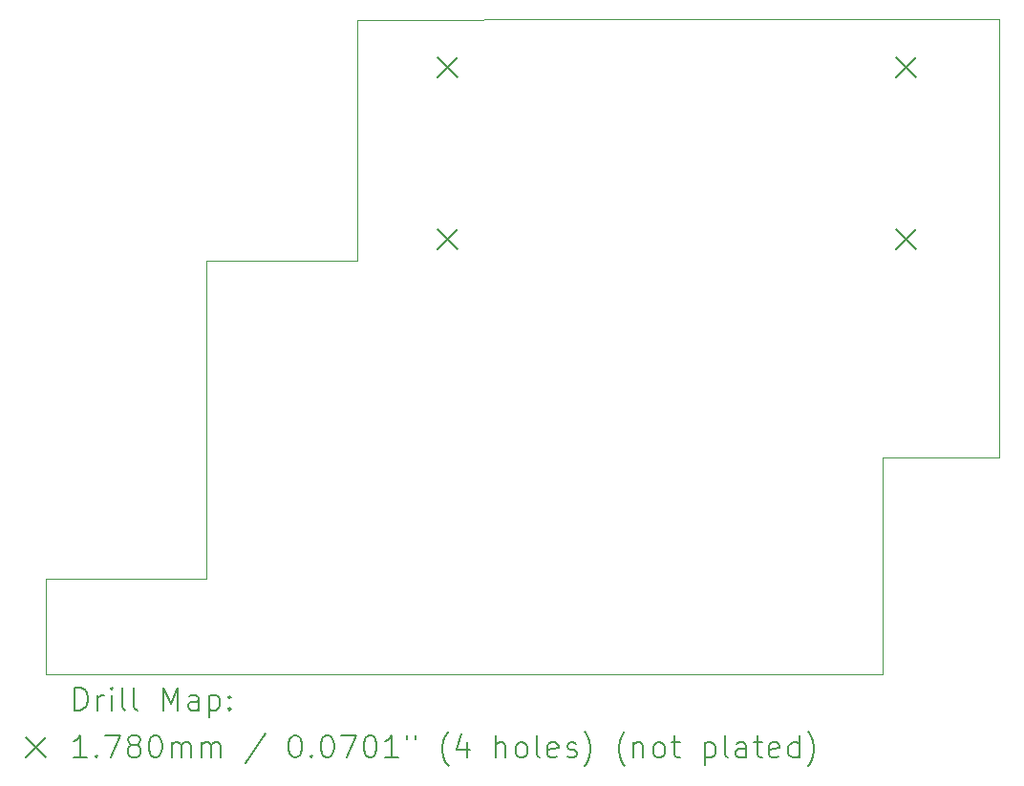
<source format=gbr>
%TF.GenerationSoftware,KiCad,Pcbnew,7.0.11*%
%TF.CreationDate,2024-06-27T03:27:32+01:00*%
%TF.ProjectId,Electron-PS2USB,456c6563-7472-46f6-9e2d-505332555342,rev?*%
%TF.SameCoordinates,Original*%
%TF.FileFunction,Drillmap*%
%TF.FilePolarity,Positive*%
%FSLAX45Y45*%
G04 Gerber Fmt 4.5, Leading zero omitted, Abs format (unit mm)*
G04 Created by KiCad (PCBNEW 7.0.11) date 2024-06-27 03:27:32*
%MOMM*%
%LPD*%
G01*
G04 APERTURE LIST*
%ADD10C,0.100000*%
%ADD11C,0.200000*%
%ADD12C,0.178000*%
G04 APERTURE END LIST*
D10*
X13105000Y-9685020D02*
X12075000Y-9685020D01*
X12075000Y-11610020D01*
X4657500Y-11610020D01*
X4656914Y-10765000D01*
X6076913Y-10765000D01*
X6077500Y-7942500D01*
X7414413Y-7942500D01*
X7415000Y-5805000D01*
X9631914Y-5802500D01*
X13105000Y-5802500D01*
X13105000Y-9685020D01*
D11*
D12*
X8127000Y-6141000D02*
X8305000Y-6319000D01*
X8305000Y-6141000D02*
X8127000Y-6319000D01*
X8127000Y-7665000D02*
X8305000Y-7843000D01*
X8305000Y-7665000D02*
X8127000Y-7843000D01*
X12191000Y-6141000D02*
X12369000Y-6319000D01*
X12369000Y-6141000D02*
X12191000Y-6319000D01*
X12191000Y-7665000D02*
X12369000Y-7843000D01*
X12369000Y-7665000D02*
X12191000Y-7843000D01*
D11*
X4912690Y-11926504D02*
X4912690Y-11726504D01*
X4912690Y-11726504D02*
X4960309Y-11726504D01*
X4960309Y-11726504D02*
X4988881Y-11736028D01*
X4988881Y-11736028D02*
X5007928Y-11755076D01*
X5007928Y-11755076D02*
X5017452Y-11774123D01*
X5017452Y-11774123D02*
X5026976Y-11812218D01*
X5026976Y-11812218D02*
X5026976Y-11840790D01*
X5026976Y-11840790D02*
X5017452Y-11878885D01*
X5017452Y-11878885D02*
X5007928Y-11897933D01*
X5007928Y-11897933D02*
X4988881Y-11916980D01*
X4988881Y-11916980D02*
X4960309Y-11926504D01*
X4960309Y-11926504D02*
X4912690Y-11926504D01*
X5112690Y-11926504D02*
X5112690Y-11793171D01*
X5112690Y-11831266D02*
X5122214Y-11812218D01*
X5122214Y-11812218D02*
X5131738Y-11802695D01*
X5131738Y-11802695D02*
X5150786Y-11793171D01*
X5150786Y-11793171D02*
X5169833Y-11793171D01*
X5236500Y-11926504D02*
X5236500Y-11793171D01*
X5236500Y-11726504D02*
X5226976Y-11736028D01*
X5226976Y-11736028D02*
X5236500Y-11745552D01*
X5236500Y-11745552D02*
X5246024Y-11736028D01*
X5246024Y-11736028D02*
X5236500Y-11726504D01*
X5236500Y-11726504D02*
X5236500Y-11745552D01*
X5360309Y-11926504D02*
X5341262Y-11916980D01*
X5341262Y-11916980D02*
X5331738Y-11897933D01*
X5331738Y-11897933D02*
X5331738Y-11726504D01*
X5465071Y-11926504D02*
X5446024Y-11916980D01*
X5446024Y-11916980D02*
X5436500Y-11897933D01*
X5436500Y-11897933D02*
X5436500Y-11726504D01*
X5693643Y-11926504D02*
X5693643Y-11726504D01*
X5693643Y-11726504D02*
X5760309Y-11869361D01*
X5760309Y-11869361D02*
X5826976Y-11726504D01*
X5826976Y-11726504D02*
X5826976Y-11926504D01*
X6007928Y-11926504D02*
X6007928Y-11821742D01*
X6007928Y-11821742D02*
X5998405Y-11802695D01*
X5998405Y-11802695D02*
X5979357Y-11793171D01*
X5979357Y-11793171D02*
X5941262Y-11793171D01*
X5941262Y-11793171D02*
X5922214Y-11802695D01*
X6007928Y-11916980D02*
X5988881Y-11926504D01*
X5988881Y-11926504D02*
X5941262Y-11926504D01*
X5941262Y-11926504D02*
X5922214Y-11916980D01*
X5922214Y-11916980D02*
X5912690Y-11897933D01*
X5912690Y-11897933D02*
X5912690Y-11878885D01*
X5912690Y-11878885D02*
X5922214Y-11859837D01*
X5922214Y-11859837D02*
X5941262Y-11850314D01*
X5941262Y-11850314D02*
X5988881Y-11850314D01*
X5988881Y-11850314D02*
X6007928Y-11840790D01*
X6103166Y-11793171D02*
X6103166Y-11993171D01*
X6103166Y-11802695D02*
X6122214Y-11793171D01*
X6122214Y-11793171D02*
X6160309Y-11793171D01*
X6160309Y-11793171D02*
X6179357Y-11802695D01*
X6179357Y-11802695D02*
X6188881Y-11812218D01*
X6188881Y-11812218D02*
X6198405Y-11831266D01*
X6198405Y-11831266D02*
X6198405Y-11888409D01*
X6198405Y-11888409D02*
X6188881Y-11907456D01*
X6188881Y-11907456D02*
X6179357Y-11916980D01*
X6179357Y-11916980D02*
X6160309Y-11926504D01*
X6160309Y-11926504D02*
X6122214Y-11926504D01*
X6122214Y-11926504D02*
X6103166Y-11916980D01*
X6284119Y-11907456D02*
X6293643Y-11916980D01*
X6293643Y-11916980D02*
X6284119Y-11926504D01*
X6284119Y-11926504D02*
X6274595Y-11916980D01*
X6274595Y-11916980D02*
X6284119Y-11907456D01*
X6284119Y-11907456D02*
X6284119Y-11926504D01*
X6284119Y-11802695D02*
X6293643Y-11812218D01*
X6293643Y-11812218D02*
X6284119Y-11821742D01*
X6284119Y-11821742D02*
X6274595Y-11812218D01*
X6274595Y-11812218D02*
X6284119Y-11802695D01*
X6284119Y-11802695D02*
X6284119Y-11821742D01*
D12*
X4473914Y-12166020D02*
X4651914Y-12344020D01*
X4651914Y-12166020D02*
X4473914Y-12344020D01*
D11*
X5017452Y-12346504D02*
X4903167Y-12346504D01*
X4960309Y-12346504D02*
X4960309Y-12146504D01*
X4960309Y-12146504D02*
X4941262Y-12175076D01*
X4941262Y-12175076D02*
X4922214Y-12194123D01*
X4922214Y-12194123D02*
X4903167Y-12203647D01*
X5103167Y-12327456D02*
X5112690Y-12336980D01*
X5112690Y-12336980D02*
X5103167Y-12346504D01*
X5103167Y-12346504D02*
X5093643Y-12336980D01*
X5093643Y-12336980D02*
X5103167Y-12327456D01*
X5103167Y-12327456D02*
X5103167Y-12346504D01*
X5179357Y-12146504D02*
X5312690Y-12146504D01*
X5312690Y-12146504D02*
X5226976Y-12346504D01*
X5417452Y-12232218D02*
X5398405Y-12222695D01*
X5398405Y-12222695D02*
X5388881Y-12213171D01*
X5388881Y-12213171D02*
X5379357Y-12194123D01*
X5379357Y-12194123D02*
X5379357Y-12184599D01*
X5379357Y-12184599D02*
X5388881Y-12165552D01*
X5388881Y-12165552D02*
X5398405Y-12156028D01*
X5398405Y-12156028D02*
X5417452Y-12146504D01*
X5417452Y-12146504D02*
X5455548Y-12146504D01*
X5455548Y-12146504D02*
X5474595Y-12156028D01*
X5474595Y-12156028D02*
X5484119Y-12165552D01*
X5484119Y-12165552D02*
X5493643Y-12184599D01*
X5493643Y-12184599D02*
X5493643Y-12194123D01*
X5493643Y-12194123D02*
X5484119Y-12213171D01*
X5484119Y-12213171D02*
X5474595Y-12222695D01*
X5474595Y-12222695D02*
X5455548Y-12232218D01*
X5455548Y-12232218D02*
X5417452Y-12232218D01*
X5417452Y-12232218D02*
X5398405Y-12241742D01*
X5398405Y-12241742D02*
X5388881Y-12251266D01*
X5388881Y-12251266D02*
X5379357Y-12270314D01*
X5379357Y-12270314D02*
X5379357Y-12308409D01*
X5379357Y-12308409D02*
X5388881Y-12327456D01*
X5388881Y-12327456D02*
X5398405Y-12336980D01*
X5398405Y-12336980D02*
X5417452Y-12346504D01*
X5417452Y-12346504D02*
X5455548Y-12346504D01*
X5455548Y-12346504D02*
X5474595Y-12336980D01*
X5474595Y-12336980D02*
X5484119Y-12327456D01*
X5484119Y-12327456D02*
X5493643Y-12308409D01*
X5493643Y-12308409D02*
X5493643Y-12270314D01*
X5493643Y-12270314D02*
X5484119Y-12251266D01*
X5484119Y-12251266D02*
X5474595Y-12241742D01*
X5474595Y-12241742D02*
X5455548Y-12232218D01*
X5617452Y-12146504D02*
X5636500Y-12146504D01*
X5636500Y-12146504D02*
X5655547Y-12156028D01*
X5655547Y-12156028D02*
X5665071Y-12165552D01*
X5665071Y-12165552D02*
X5674595Y-12184599D01*
X5674595Y-12184599D02*
X5684119Y-12222695D01*
X5684119Y-12222695D02*
X5684119Y-12270314D01*
X5684119Y-12270314D02*
X5674595Y-12308409D01*
X5674595Y-12308409D02*
X5665071Y-12327456D01*
X5665071Y-12327456D02*
X5655547Y-12336980D01*
X5655547Y-12336980D02*
X5636500Y-12346504D01*
X5636500Y-12346504D02*
X5617452Y-12346504D01*
X5617452Y-12346504D02*
X5598405Y-12336980D01*
X5598405Y-12336980D02*
X5588881Y-12327456D01*
X5588881Y-12327456D02*
X5579357Y-12308409D01*
X5579357Y-12308409D02*
X5569833Y-12270314D01*
X5569833Y-12270314D02*
X5569833Y-12222695D01*
X5569833Y-12222695D02*
X5579357Y-12184599D01*
X5579357Y-12184599D02*
X5588881Y-12165552D01*
X5588881Y-12165552D02*
X5598405Y-12156028D01*
X5598405Y-12156028D02*
X5617452Y-12146504D01*
X5769833Y-12346504D02*
X5769833Y-12213171D01*
X5769833Y-12232218D02*
X5779357Y-12222695D01*
X5779357Y-12222695D02*
X5798405Y-12213171D01*
X5798405Y-12213171D02*
X5826976Y-12213171D01*
X5826976Y-12213171D02*
X5846024Y-12222695D01*
X5846024Y-12222695D02*
X5855547Y-12241742D01*
X5855547Y-12241742D02*
X5855547Y-12346504D01*
X5855547Y-12241742D02*
X5865071Y-12222695D01*
X5865071Y-12222695D02*
X5884119Y-12213171D01*
X5884119Y-12213171D02*
X5912690Y-12213171D01*
X5912690Y-12213171D02*
X5931738Y-12222695D01*
X5931738Y-12222695D02*
X5941262Y-12241742D01*
X5941262Y-12241742D02*
X5941262Y-12346504D01*
X6036500Y-12346504D02*
X6036500Y-12213171D01*
X6036500Y-12232218D02*
X6046024Y-12222695D01*
X6046024Y-12222695D02*
X6065071Y-12213171D01*
X6065071Y-12213171D02*
X6093643Y-12213171D01*
X6093643Y-12213171D02*
X6112690Y-12222695D01*
X6112690Y-12222695D02*
X6122214Y-12241742D01*
X6122214Y-12241742D02*
X6122214Y-12346504D01*
X6122214Y-12241742D02*
X6131738Y-12222695D01*
X6131738Y-12222695D02*
X6150786Y-12213171D01*
X6150786Y-12213171D02*
X6179357Y-12213171D01*
X6179357Y-12213171D02*
X6198405Y-12222695D01*
X6198405Y-12222695D02*
X6207928Y-12241742D01*
X6207928Y-12241742D02*
X6207928Y-12346504D01*
X6598405Y-12136980D02*
X6426976Y-12394123D01*
X6855548Y-12146504D02*
X6874595Y-12146504D01*
X6874595Y-12146504D02*
X6893643Y-12156028D01*
X6893643Y-12156028D02*
X6903167Y-12165552D01*
X6903167Y-12165552D02*
X6912690Y-12184599D01*
X6912690Y-12184599D02*
X6922214Y-12222695D01*
X6922214Y-12222695D02*
X6922214Y-12270314D01*
X6922214Y-12270314D02*
X6912690Y-12308409D01*
X6912690Y-12308409D02*
X6903167Y-12327456D01*
X6903167Y-12327456D02*
X6893643Y-12336980D01*
X6893643Y-12336980D02*
X6874595Y-12346504D01*
X6874595Y-12346504D02*
X6855548Y-12346504D01*
X6855548Y-12346504D02*
X6836500Y-12336980D01*
X6836500Y-12336980D02*
X6826976Y-12327456D01*
X6826976Y-12327456D02*
X6817452Y-12308409D01*
X6817452Y-12308409D02*
X6807929Y-12270314D01*
X6807929Y-12270314D02*
X6807929Y-12222695D01*
X6807929Y-12222695D02*
X6817452Y-12184599D01*
X6817452Y-12184599D02*
X6826976Y-12165552D01*
X6826976Y-12165552D02*
X6836500Y-12156028D01*
X6836500Y-12156028D02*
X6855548Y-12146504D01*
X7007929Y-12327456D02*
X7017452Y-12336980D01*
X7017452Y-12336980D02*
X7007929Y-12346504D01*
X7007929Y-12346504D02*
X6998405Y-12336980D01*
X6998405Y-12336980D02*
X7007929Y-12327456D01*
X7007929Y-12327456D02*
X7007929Y-12346504D01*
X7141262Y-12146504D02*
X7160310Y-12146504D01*
X7160310Y-12146504D02*
X7179357Y-12156028D01*
X7179357Y-12156028D02*
X7188881Y-12165552D01*
X7188881Y-12165552D02*
X7198405Y-12184599D01*
X7198405Y-12184599D02*
X7207929Y-12222695D01*
X7207929Y-12222695D02*
X7207929Y-12270314D01*
X7207929Y-12270314D02*
X7198405Y-12308409D01*
X7198405Y-12308409D02*
X7188881Y-12327456D01*
X7188881Y-12327456D02*
X7179357Y-12336980D01*
X7179357Y-12336980D02*
X7160310Y-12346504D01*
X7160310Y-12346504D02*
X7141262Y-12346504D01*
X7141262Y-12346504D02*
X7122214Y-12336980D01*
X7122214Y-12336980D02*
X7112690Y-12327456D01*
X7112690Y-12327456D02*
X7103167Y-12308409D01*
X7103167Y-12308409D02*
X7093643Y-12270314D01*
X7093643Y-12270314D02*
X7093643Y-12222695D01*
X7093643Y-12222695D02*
X7103167Y-12184599D01*
X7103167Y-12184599D02*
X7112690Y-12165552D01*
X7112690Y-12165552D02*
X7122214Y-12156028D01*
X7122214Y-12156028D02*
X7141262Y-12146504D01*
X7274595Y-12146504D02*
X7407929Y-12146504D01*
X7407929Y-12146504D02*
X7322214Y-12346504D01*
X7522214Y-12146504D02*
X7541262Y-12146504D01*
X7541262Y-12146504D02*
X7560310Y-12156028D01*
X7560310Y-12156028D02*
X7569833Y-12165552D01*
X7569833Y-12165552D02*
X7579357Y-12184599D01*
X7579357Y-12184599D02*
X7588881Y-12222695D01*
X7588881Y-12222695D02*
X7588881Y-12270314D01*
X7588881Y-12270314D02*
X7579357Y-12308409D01*
X7579357Y-12308409D02*
X7569833Y-12327456D01*
X7569833Y-12327456D02*
X7560310Y-12336980D01*
X7560310Y-12336980D02*
X7541262Y-12346504D01*
X7541262Y-12346504D02*
X7522214Y-12346504D01*
X7522214Y-12346504D02*
X7503167Y-12336980D01*
X7503167Y-12336980D02*
X7493643Y-12327456D01*
X7493643Y-12327456D02*
X7484119Y-12308409D01*
X7484119Y-12308409D02*
X7474595Y-12270314D01*
X7474595Y-12270314D02*
X7474595Y-12222695D01*
X7474595Y-12222695D02*
X7484119Y-12184599D01*
X7484119Y-12184599D02*
X7493643Y-12165552D01*
X7493643Y-12165552D02*
X7503167Y-12156028D01*
X7503167Y-12156028D02*
X7522214Y-12146504D01*
X7779357Y-12346504D02*
X7665071Y-12346504D01*
X7722214Y-12346504D02*
X7722214Y-12146504D01*
X7722214Y-12146504D02*
X7703167Y-12175076D01*
X7703167Y-12175076D02*
X7684119Y-12194123D01*
X7684119Y-12194123D02*
X7665071Y-12203647D01*
X7855548Y-12146504D02*
X7855548Y-12184599D01*
X7931738Y-12146504D02*
X7931738Y-12184599D01*
X8226976Y-12422695D02*
X8217452Y-12413171D01*
X8217452Y-12413171D02*
X8198405Y-12384599D01*
X8198405Y-12384599D02*
X8188881Y-12365552D01*
X8188881Y-12365552D02*
X8179357Y-12336980D01*
X8179357Y-12336980D02*
X8169833Y-12289361D01*
X8169833Y-12289361D02*
X8169833Y-12251266D01*
X8169833Y-12251266D02*
X8179357Y-12203647D01*
X8179357Y-12203647D02*
X8188881Y-12175076D01*
X8188881Y-12175076D02*
X8198405Y-12156028D01*
X8198405Y-12156028D02*
X8217452Y-12127456D01*
X8217452Y-12127456D02*
X8226976Y-12117933D01*
X8388881Y-12213171D02*
X8388881Y-12346504D01*
X8341262Y-12136980D02*
X8293643Y-12279837D01*
X8293643Y-12279837D02*
X8417453Y-12279837D01*
X8646024Y-12346504D02*
X8646024Y-12146504D01*
X8731738Y-12346504D02*
X8731738Y-12241742D01*
X8731738Y-12241742D02*
X8722215Y-12222695D01*
X8722215Y-12222695D02*
X8703167Y-12213171D01*
X8703167Y-12213171D02*
X8674595Y-12213171D01*
X8674595Y-12213171D02*
X8655548Y-12222695D01*
X8655548Y-12222695D02*
X8646024Y-12232218D01*
X8855548Y-12346504D02*
X8836500Y-12336980D01*
X8836500Y-12336980D02*
X8826976Y-12327456D01*
X8826976Y-12327456D02*
X8817453Y-12308409D01*
X8817453Y-12308409D02*
X8817453Y-12251266D01*
X8817453Y-12251266D02*
X8826976Y-12232218D01*
X8826976Y-12232218D02*
X8836500Y-12222695D01*
X8836500Y-12222695D02*
X8855548Y-12213171D01*
X8855548Y-12213171D02*
X8884119Y-12213171D01*
X8884119Y-12213171D02*
X8903167Y-12222695D01*
X8903167Y-12222695D02*
X8912691Y-12232218D01*
X8912691Y-12232218D02*
X8922215Y-12251266D01*
X8922215Y-12251266D02*
X8922215Y-12308409D01*
X8922215Y-12308409D02*
X8912691Y-12327456D01*
X8912691Y-12327456D02*
X8903167Y-12336980D01*
X8903167Y-12336980D02*
X8884119Y-12346504D01*
X8884119Y-12346504D02*
X8855548Y-12346504D01*
X9036500Y-12346504D02*
X9017453Y-12336980D01*
X9017453Y-12336980D02*
X9007929Y-12317933D01*
X9007929Y-12317933D02*
X9007929Y-12146504D01*
X9188881Y-12336980D02*
X9169834Y-12346504D01*
X9169834Y-12346504D02*
X9131738Y-12346504D01*
X9131738Y-12346504D02*
X9112691Y-12336980D01*
X9112691Y-12336980D02*
X9103167Y-12317933D01*
X9103167Y-12317933D02*
X9103167Y-12241742D01*
X9103167Y-12241742D02*
X9112691Y-12222695D01*
X9112691Y-12222695D02*
X9131738Y-12213171D01*
X9131738Y-12213171D02*
X9169834Y-12213171D01*
X9169834Y-12213171D02*
X9188881Y-12222695D01*
X9188881Y-12222695D02*
X9198405Y-12241742D01*
X9198405Y-12241742D02*
X9198405Y-12260790D01*
X9198405Y-12260790D02*
X9103167Y-12279837D01*
X9274596Y-12336980D02*
X9293643Y-12346504D01*
X9293643Y-12346504D02*
X9331738Y-12346504D01*
X9331738Y-12346504D02*
X9350786Y-12336980D01*
X9350786Y-12336980D02*
X9360310Y-12317933D01*
X9360310Y-12317933D02*
X9360310Y-12308409D01*
X9360310Y-12308409D02*
X9350786Y-12289361D01*
X9350786Y-12289361D02*
X9331738Y-12279837D01*
X9331738Y-12279837D02*
X9303167Y-12279837D01*
X9303167Y-12279837D02*
X9284119Y-12270314D01*
X9284119Y-12270314D02*
X9274596Y-12251266D01*
X9274596Y-12251266D02*
X9274596Y-12241742D01*
X9274596Y-12241742D02*
X9284119Y-12222695D01*
X9284119Y-12222695D02*
X9303167Y-12213171D01*
X9303167Y-12213171D02*
X9331738Y-12213171D01*
X9331738Y-12213171D02*
X9350786Y-12222695D01*
X9426977Y-12422695D02*
X9436500Y-12413171D01*
X9436500Y-12413171D02*
X9455548Y-12384599D01*
X9455548Y-12384599D02*
X9465072Y-12365552D01*
X9465072Y-12365552D02*
X9474596Y-12336980D01*
X9474596Y-12336980D02*
X9484119Y-12289361D01*
X9484119Y-12289361D02*
X9484119Y-12251266D01*
X9484119Y-12251266D02*
X9474596Y-12203647D01*
X9474596Y-12203647D02*
X9465072Y-12175076D01*
X9465072Y-12175076D02*
X9455548Y-12156028D01*
X9455548Y-12156028D02*
X9436500Y-12127456D01*
X9436500Y-12127456D02*
X9426977Y-12117933D01*
X9788881Y-12422695D02*
X9779357Y-12413171D01*
X9779357Y-12413171D02*
X9760310Y-12384599D01*
X9760310Y-12384599D02*
X9750786Y-12365552D01*
X9750786Y-12365552D02*
X9741262Y-12336980D01*
X9741262Y-12336980D02*
X9731738Y-12289361D01*
X9731738Y-12289361D02*
X9731738Y-12251266D01*
X9731738Y-12251266D02*
X9741262Y-12203647D01*
X9741262Y-12203647D02*
X9750786Y-12175076D01*
X9750786Y-12175076D02*
X9760310Y-12156028D01*
X9760310Y-12156028D02*
X9779357Y-12127456D01*
X9779357Y-12127456D02*
X9788881Y-12117933D01*
X9865072Y-12213171D02*
X9865072Y-12346504D01*
X9865072Y-12232218D02*
X9874596Y-12222695D01*
X9874596Y-12222695D02*
X9893643Y-12213171D01*
X9893643Y-12213171D02*
X9922215Y-12213171D01*
X9922215Y-12213171D02*
X9941262Y-12222695D01*
X9941262Y-12222695D02*
X9950786Y-12241742D01*
X9950786Y-12241742D02*
X9950786Y-12346504D01*
X10074596Y-12346504D02*
X10055548Y-12336980D01*
X10055548Y-12336980D02*
X10046024Y-12327456D01*
X10046024Y-12327456D02*
X10036500Y-12308409D01*
X10036500Y-12308409D02*
X10036500Y-12251266D01*
X10036500Y-12251266D02*
X10046024Y-12232218D01*
X10046024Y-12232218D02*
X10055548Y-12222695D01*
X10055548Y-12222695D02*
X10074596Y-12213171D01*
X10074596Y-12213171D02*
X10103167Y-12213171D01*
X10103167Y-12213171D02*
X10122215Y-12222695D01*
X10122215Y-12222695D02*
X10131738Y-12232218D01*
X10131738Y-12232218D02*
X10141262Y-12251266D01*
X10141262Y-12251266D02*
X10141262Y-12308409D01*
X10141262Y-12308409D02*
X10131738Y-12327456D01*
X10131738Y-12327456D02*
X10122215Y-12336980D01*
X10122215Y-12336980D02*
X10103167Y-12346504D01*
X10103167Y-12346504D02*
X10074596Y-12346504D01*
X10198405Y-12213171D02*
X10274596Y-12213171D01*
X10226977Y-12146504D02*
X10226977Y-12317933D01*
X10226977Y-12317933D02*
X10236500Y-12336980D01*
X10236500Y-12336980D02*
X10255548Y-12346504D01*
X10255548Y-12346504D02*
X10274596Y-12346504D01*
X10493643Y-12213171D02*
X10493643Y-12413171D01*
X10493643Y-12222695D02*
X10512691Y-12213171D01*
X10512691Y-12213171D02*
X10550786Y-12213171D01*
X10550786Y-12213171D02*
X10569834Y-12222695D01*
X10569834Y-12222695D02*
X10579358Y-12232218D01*
X10579358Y-12232218D02*
X10588881Y-12251266D01*
X10588881Y-12251266D02*
X10588881Y-12308409D01*
X10588881Y-12308409D02*
X10579358Y-12327456D01*
X10579358Y-12327456D02*
X10569834Y-12336980D01*
X10569834Y-12336980D02*
X10550786Y-12346504D01*
X10550786Y-12346504D02*
X10512691Y-12346504D01*
X10512691Y-12346504D02*
X10493643Y-12336980D01*
X10703167Y-12346504D02*
X10684119Y-12336980D01*
X10684119Y-12336980D02*
X10674596Y-12317933D01*
X10674596Y-12317933D02*
X10674596Y-12146504D01*
X10865072Y-12346504D02*
X10865072Y-12241742D01*
X10865072Y-12241742D02*
X10855548Y-12222695D01*
X10855548Y-12222695D02*
X10836500Y-12213171D01*
X10836500Y-12213171D02*
X10798405Y-12213171D01*
X10798405Y-12213171D02*
X10779358Y-12222695D01*
X10865072Y-12336980D02*
X10846024Y-12346504D01*
X10846024Y-12346504D02*
X10798405Y-12346504D01*
X10798405Y-12346504D02*
X10779358Y-12336980D01*
X10779358Y-12336980D02*
X10769834Y-12317933D01*
X10769834Y-12317933D02*
X10769834Y-12298885D01*
X10769834Y-12298885D02*
X10779358Y-12279837D01*
X10779358Y-12279837D02*
X10798405Y-12270314D01*
X10798405Y-12270314D02*
X10846024Y-12270314D01*
X10846024Y-12270314D02*
X10865072Y-12260790D01*
X10931739Y-12213171D02*
X11007929Y-12213171D01*
X10960310Y-12146504D02*
X10960310Y-12317933D01*
X10960310Y-12317933D02*
X10969834Y-12336980D01*
X10969834Y-12336980D02*
X10988881Y-12346504D01*
X10988881Y-12346504D02*
X11007929Y-12346504D01*
X11150786Y-12336980D02*
X11131739Y-12346504D01*
X11131739Y-12346504D02*
X11093643Y-12346504D01*
X11093643Y-12346504D02*
X11074596Y-12336980D01*
X11074596Y-12336980D02*
X11065072Y-12317933D01*
X11065072Y-12317933D02*
X11065072Y-12241742D01*
X11065072Y-12241742D02*
X11074596Y-12222695D01*
X11074596Y-12222695D02*
X11093643Y-12213171D01*
X11093643Y-12213171D02*
X11131739Y-12213171D01*
X11131739Y-12213171D02*
X11150786Y-12222695D01*
X11150786Y-12222695D02*
X11160310Y-12241742D01*
X11160310Y-12241742D02*
X11160310Y-12260790D01*
X11160310Y-12260790D02*
X11065072Y-12279837D01*
X11331738Y-12346504D02*
X11331738Y-12146504D01*
X11331738Y-12336980D02*
X11312691Y-12346504D01*
X11312691Y-12346504D02*
X11274596Y-12346504D01*
X11274596Y-12346504D02*
X11255548Y-12336980D01*
X11255548Y-12336980D02*
X11246024Y-12327456D01*
X11246024Y-12327456D02*
X11236500Y-12308409D01*
X11236500Y-12308409D02*
X11236500Y-12251266D01*
X11236500Y-12251266D02*
X11246024Y-12232218D01*
X11246024Y-12232218D02*
X11255548Y-12222695D01*
X11255548Y-12222695D02*
X11274596Y-12213171D01*
X11274596Y-12213171D02*
X11312691Y-12213171D01*
X11312691Y-12213171D02*
X11331738Y-12222695D01*
X11407929Y-12422695D02*
X11417453Y-12413171D01*
X11417453Y-12413171D02*
X11436500Y-12384599D01*
X11436500Y-12384599D02*
X11446024Y-12365552D01*
X11446024Y-12365552D02*
X11455548Y-12336980D01*
X11455548Y-12336980D02*
X11465072Y-12289361D01*
X11465072Y-12289361D02*
X11465072Y-12251266D01*
X11465072Y-12251266D02*
X11455548Y-12203647D01*
X11455548Y-12203647D02*
X11446024Y-12175076D01*
X11446024Y-12175076D02*
X11436500Y-12156028D01*
X11436500Y-12156028D02*
X11417453Y-12127456D01*
X11417453Y-12127456D02*
X11407929Y-12117933D01*
M02*

</source>
